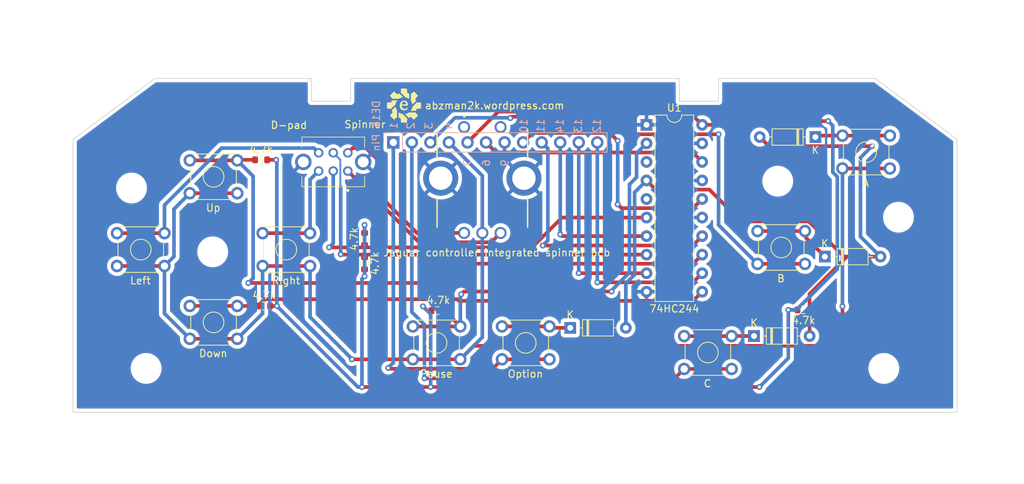
<source format=kicad_pcb>
(kicad_pcb (version 20211014) (generator pcbnew)
  (layers (0 "F.Cu" signal) (31 "B.Cu" signal) (34 "B.Paste" user) (35 "F.Paste" user) (36 "B.SilkS" user "B.Silkscreen") (37 "F.SilkS" user "F.Silkscreen") (38 "B.Mask" user) (39 "F.Mask" user) (44 "Edge.Cuts" user))
  (net 0 "")
  (net 1 "/encoderA")
  (net 2 "/row6")
  (net 3 "/row2")
  (net 4 "/row3")
  (net 5 "/row5")
  (net 6 "Net-(D7-Pad1)")
  (net 7 "Net-(D8-Pad1)")
  (net 8 "/Opt com")
  (net 9 "/Ccom")
  (net 10 "/Bcom")
  (net 11 "/Acom")
  (net 12 "+5V")
  (net 13 "Net-(J1-Pad6)")
  (net 14 "GND")
  (net 15 "Net-(J1-Pad8)")
  (net 16 "Net-(J1-Pad9)")
  (net 17 "Net-(J1-Pad10)")
  (net 18 "Net-(J1-Pad11)")
  (net 19 "Net-(J1-Pad12)")
  (net 20 "/row1")
  (net 25 "Net-(SW7-Pad1)")
  (net 26 "Net-(D3-Pad1)")
  (net 27 "/row4")
  (net 28 "/encoderB")
  (net 29 "Net-(SW3-Pad1)")
  (net 30 "Net-(SW4-Pad1)")
  (footprint "Button_Switch_THT:SW_TH_Tactile_Omron_B3F-10xx" (layer "F.Cu") (at 95.1896 136.4196)
    (fp_text reference "SW5" hide)
    (fp_text value "Down" (at 3.2 6.5) (layer "F.SilkS"))
    (pad "1" thru_hole circle locked (at 0 0) (size 1.7 1.7) (drill 1) (layers *.Cu *.Mask) (net 5 "/row5"))
    (pad "2" thru_hole circle locked (at 6.5 0) (size 1.7 1.7) (drill 1) (layers *.Cu *.Mask) (net 5 "/row5"))
    (pad "3" thru_hole circle locked (at 0 4.5) (size 1.7 1.7) (drill 1) (layers *.Cu *.Mask) (net 11 "/Acom"))
    (pad "4" thru_hole circle locked (at 6.5 4.5) (size 1.7 1.7) (drill 1) (layers *.Cu *.Mask) (net 11 "/Acom"))
  )
  (footprint "MountingHole:MountingHole_3.2mm_M3" (layer "F.Cu") (at 98.3234 129.0066)
    (fp_text reference "REF**" hide)
    (fp_text value "MountingHole_3.2mm_M3")
    (pad "" np_thru_hole circle locked (at 0 0) (size 3.2 3.2) (drill 3.2) (layers *.Cu *.Mask))
  )
  (footprint "Button_Switch_THT:SW_TH_Tactile_Omron_B3F-10xx" (layer "F.Cu") (at 172.9496 126.1596)
    (fp_text reference "SW7" hide)
    (fp_text value "B" (at 3.2 6.5) (layer "F.SilkS"))
    (pad "1" thru_hole circle locked (at 0 0) (size 1.7 1.7) (drill 1) (layers *.Cu *.Mask) (net 25 "Net-(SW7-Pad1)"))
    (pad "2" thru_hole circle locked (at 6.5 0) (size 1.7 1.7) (drill 1) (layers *.Cu *.Mask) (net 25 "Net-(SW7-Pad1)"))
    (pad "3" thru_hole circle locked (at 0 4.5) (size 1.7 1.7) (drill 1) (layers *.Cu *.Mask) (net 10 "/Bcom"))
    (pad "4" thru_hole circle locked (at 6.5 4.5) (size 1.7 1.7) (drill 1) (layers *.Cu *.Mask) (net 10 "/Bcom"))
  )
  (footprint "Diode_THT:D_DO-35_SOD27_P7.62mm_Horizontal" (layer "F.Cu") (at 172.466 140.5382)
    (fp_text reference "D7" hide)
    (fp_text value "1N4148")
    (fp_text user "K" (at 0 -1.8) (layer "F.SilkS"))
    (pad "1" thru_hole rect locked (at 0 0) (size 1.6 1.6) (drill 0.8) (layers *.Cu *.Mask) (net 6 "Net-(D7-Pad1)"))
    (pad "2" thru_hole oval locked (at 7.62 0) (size 1.6 1.6) (drill 0.8) (layers *.Cu *.Mask) (net 3 "/row2"))
  )
  (footprint "Resistor_SMD:R_0603_1608Metric" (layer "F.Cu") (at 129.1082 137.0584)
    (fp_text reference "R1" hide)
    (fp_text value "4.7k" (at 0.127 -1.4224) (layer "F.SilkS"))
    (pad "1" smd roundrect locked (at -0.825 0) (size 0.8 0.95) (layers "F.Cu" "F.Paste" "F.Mask") (net 12 "+5V"))
    (pad "2" smd roundrect locked (at 0.825 0) (size 0.8 0.95) (layers "F.Cu" "F.Paste" "F.Mask") (net 20 "/row1"))
  )
  (footprint "Button_Switch_THT:SW_TH_Tactile_Omron_B3F-10xx" (layer "F.Cu") (at 137.9496 139.2296)
    (fp_text reference "SW9" hide)
    (fp_text value "Option" (at 3.2 6.5) (layer "F.SilkS"))
    (pad "1" thru_hole circle locked (at 0 0) (size 1.7 1.7) (drill 1) (layers *.Cu *.Mask) (net 7 "Net-(D8-Pad1)"))
    (pad "2" thru_hole circle locked (at 6.5 0) (size 1.7 1.7) (drill 1) (layers *.Cu *.Mask) (net 7 "Net-(D8-Pad1)"))
    (pad "3" thru_hole circle locked (at 0 4.5) (size 1.7 1.7) (drill 1) (layers *.Cu *.Mask) (net 8 "/Opt com"))
    (pad "4" thru_hole circle locked (at 6.5 4.5) (size 1.7 1.7) (drill 1) (layers *.Cu *.Mask) (net 8 "/Opt com"))
  )
  (footprint "Evan's misc parts:PEC11R-4XXXK-SXXXX" (layer "F.Cu") (at 135.255 118.9228)
    (fp_text reference "VR1" hide)
    (fp_text value "PEC11R-4020K-S0024" hide)
    (pad "1" thru_hole circle (at -2.5 -7) (size 1.65 1.65) (drill 1.1) (layers *.Cu *.Mask))
    (pad "2" thru_hole circle (at 2.5 -7) (size 1.65 1.65) (drill 1.1) (layers *.Cu *.Mask))
    (pad "3" thru_hole circle (at -2.5 7.5) (size 1.65 1.65) (drill 1.1) (layers *.Cu *.Mask) (net 1 "/encoderA"))
    (pad "4" thru_hole circle (at 2.5 7.5) (size 1.65 1.65) (drill 1.1) (layers *.Cu *.Mask) (net 28 "/encoderB"))
    (pad "5" thru_hole circle (at 0 7.5) (size 1.65 1.65) (drill 1.1) (layers *.Cu *.Mask) (net 11 "/Acom"))
    (pad "6" thru_hole circle (at -5.7 0) (size 4.8 4.8) (drill 3.2) (layers *.Cu *.Mask) (net 14 "GND"))
    (pad "7" thru_hole circle (at 5.7 0) (size 4.8 4.8) (drill 3.2) (layers *.Cu *.Mask) (net 14 "GND"))
  )
  (footprint "Resistor_SMD:R_0603_1608Metric" (layer "F.Cu") (at 105.3592 136.4234 180)
    (fp_text reference "R5" hide)
    (fp_text value "4.7k" (at 0 1.43) (layer "F.SilkS"))
    (pad "1" smd roundrect locked (at -0.825 0 180) (size 0.8 0.95) (layers "F.Cu" "F.Paste" "F.Mask") (net 12 "+5V"))
    (pad "2" smd roundrect locked (at 0.825 0 180) (size 0.8 0.95) (layers "F.Cu" "F.Paste" "F.Mask") (net 5 "/row5"))
  )
  (footprint "MountingHole:MountingHole_3.2mm_M3" (layer "F.Cu") (at 175.7172 119.3292)
    (fp_text reference "REF**" hide)
    (fp_text value "MountingHole_3.2mm_M3")
    (pad "" np_thru_hole circle locked (at 0 0) (size 3.2 3.2) (drill 3.2) (layers *.Cu *.Mask))
  )
  (footprint "Resistor_SMD:R_0603_1608Metric" (layer "F.Cu") (at 179.2478 136.9568)
    (fp_text reference "R2" hide)
    (fp_text value "4.7k" (at 0 1.43) (layer "F.SilkS"))
    (pad "1" smd roundrect locked (at -0.825 0) (size 0.8 0.95) (layers "F.Cu" "F.Paste" "F.Mask") (net 12 "+5V"))
    (pad "2" smd roundrect locked (at 0.825 0) (size 0.8 0.95) (layers "F.Cu" "F.Paste" "F.Mask") (net 3 "/row2"))
  )
  (footprint "Resistor_SMD:R_0603_1608Metric" (layer "F.Cu") (at 119.126 127.254 -90)
    (fp_text reference "R3" hide)
    (fp_text value "4.7k" (at 0 1.43 90) (layer "F.SilkS"))
    (pad "1" smd roundrect locked (at -0.825 0 270) (size 0.8 0.95) (layers "F.Cu" "F.Paste" "F.Mask") (net 12 "+5V"))
    (pad "2" smd roundrect locked (at 0.825 0 270) (size 0.8 0.95) (layers "F.Cu" "F.Paste" "F.Mask") (net 4 "/row3"))
  )
  (footprint "MountingHole:MountingHole_3.2mm_M3" (layer "F.Cu") (at 89.2036 144.9776)
    (fp_text reference "REF**" hide)
    (fp_text value "MountingHole_3.2mm_M3")
    (pad "" np_thru_hole circle locked (at 0 0) (size 3.2 3.2) (drill 3.2) (layers *.Cu *.Mask))
  )
  (footprint "Package_DIP:DIP-20_W7.62mm" (layer "F.Cu") (at 157.744 111.6126)
    (fp_text reference "U1" (at 3.81 -2.33) (layer "F.SilkS"))
    (fp_text value "74HC244" (at 3.81 25.19) (layer "F.SilkS"))
    (pad "1" thru_hole rect locked (at 0 0) (size 1.6 1.6) (drill 0.8) (layers *.Cu *.Mask) (net 14 "GND"))
    (pad "2" thru_hole oval locked (at 0 2.54) (size 1.6 1.6) (drill 0.8) (layers *.Cu *.Mask) (net 20 "/row1"))
    (pad "3" thru_hole oval locked (at 0 5.08) (size 1.6 1.6) (drill 0.8) (layers *.Cu *.Mask))
    (pad "4" thru_hole oval locked (at 0 7.62) (size 1.6 1.6) (drill 0.8) (layers *.Cu *.Mask) (net 3 "/row2"))
    (pad "5" thru_hole oval locked (at 0 10.16) (size 1.6 1.6) (drill 0.8) (layers *.Cu *.Mask))
    (pad "6" thru_hole oval locked (at 0 12.7) (size 1.6 1.6) (drill 0.8) (layers *.Cu *.Mask) (net 4 "/row3"))
    (pad "7" thru_hole oval locked (at 0 15.24) (size 1.6 1.6) (drill 0.8) (layers *.Cu *.Mask) (net 17 "Net-(J1-Pad10)"))
    (pad "8" thru_hole oval locked (at 0 17.78) (size 1.6 1.6) (drill 0.8) (layers *.Cu *.Mask) (net 27 "/row4"))
    (pad "9" thru_hole oval locked (at 0 20.32) (size 1.6 1.6) (drill 0.8) (layers *.Cu *.Mask) (net 18 "Net-(J1-Pad11)"))
    (pad "10" thru_hole oval locked (at 0 22.86) (size 1.6 1.6) (drill 0.8) (layers *.Cu *.Mask) (net 14 "GND"))
    (pad "11" thru_hole oval locked (at 7.62 22.86) (size 1.6 1.6) (drill 0.8) (layers *.Cu *.Mask) (net 5 "/row5"))
    (pad "12" thru_hole oval locked (at 7.62 20.32) (size 1.6 1.6) (drill 0.8) (layers *.Cu *.Mask) (net 19 "Net-(J1-Pad12)"))
    (pad "13" thru_hole oval locked (at 7.62 17.78) (size 1.6 1.6) (drill 0.8) (layers *.Cu *.Mask) (net 2 "/row6"))
    (pad "14" thru_hole oval locked (at 7.62 15.24) (size 1.6 1.6) (drill 0.8) (layers *.Cu *.Mask) (net 16 "Net-(J1-Pad9)"))
    (pad "15" thru_hole oval locked (at 7.62 12.7) (size 1.6 1.6) (drill 0.8) (layers *.Cu *.Mask) (net 14 "GND"))
    (pad "16" thru_hole oval locked (at 7.62 10.16) (size 1.6 1.6) (drill 0.8) (layers *.Cu *.Mask) (net 15 "Net-(J1-Pad8)"))
    (pad "17" thru_hole oval locked (at 7.62 7.62) (size 1.6 1.6) (drill 0.8) (layers *.Cu *.Mask) (net 14 "GND"))
    (pad "18" thru_hole oval locked (at 7.62 5.08) (size 1.6 1.6) (drill 0.8) (layers *.Cu *.Mask) (net 13 "Net-(J1-Pad6)"))
    (pad "19" thru_hole oval locked (at 7.62 2.54) (size 1.6 1.6) (drill 0.8) (layers *.Cu *.Mask) (net 14 "GND"))
    (pad "20" thru_hole oval locked (at 7.62 0) (size 1.6 1.6) (drill 0.8) (layers *.Cu *.Mask) (net 12 "+5V"))
  )
  (footprint "MountingHole:MountingHole_3.2mm_M3" (layer "F.Cu") (at 190.2536 144.9776)
    (fp_text reference "REF**" hide)
    (fp_text value "MountingHole_3.2mm_M3")
    (pad "" np_thru_hole circle locked (at 0 0) (size 3.2 3.2) (drill 3.2) (layers *.Cu *.Mask))
  )
  (footprint "MountingHole:MountingHole_3.2mm_M3" (layer "F.Cu") (at 192.2536 124.2676)
    (fp_text reference "REF**" hide)
    (fp_text value "MountingHole_3.2mm_M3")
    (pad "" np_thru_hole circle locked (at 0 0) (size 3.2 3.2) (drill 3.2) (layers *.Cu *.Mask))
  )
  (footprint "MountingHole:MountingHole_3.2mm_M3" (layer "F.Cu") (at 87.2036 120.2676)
    (fp_text reference "REF**" hide)
    (fp_text value "MountingHole_3.2mm_M3")
    (pad "" np_thru_hole circle locked (at 0 0) (size 3.2 3.2) (drill 3.2) (layers *.Cu *.Mask))
  )
  (footprint "Button_Switch_THT:SW_TH_Tactile_Omron_B3F-10xx" (layer "F.Cu") (at 85.2196 126.4496)
    (fp_text reference "SW4" hide)
    (fp_text value "Left" (at 3.2 6.5) (layer "F.SilkS"))
    (pad "1" thru_hole circle locked (at 0 0) (size 1.7 1.7) (drill 1) (layers *.Cu *.Mask) (net 30 "Net-(SW4-Pad1)"))
    (pad "2" thru_hole circle locked (at 6.5 0) (size 1.7 1.7) (drill 1) (layers *.Cu *.Mask) (net 30 "Net-(SW4-Pad1)"))
    (pad "3" thru_hole circle locked (at 0 4.5) (size 1.7 1.7) (drill 1) (layers *.Cu *.Mask) (net 11 "/Acom"))
    (pad "4" thru_hole circle locked (at 6.5 4.5) (size 1.7 1.7) (drill 1) (layers *.Cu *.Mask) (net 11 "/Acom"))
  )
  (footprint "Diode_THT:D_DO-35_SOD27_P7.62mm_Horizontal" (layer "F.Cu") (at 147.2946 139.4206)
    (fp_text reference "D8" hide)
    (fp_text value "1N4148")
    (fp_text user "K" (at 0 -1.8) (layer "F.SilkS"))
    (pad "1" thru_hole rect locked (at 0 0) (size 1.6 1.6) (drill 0.8) (layers *.Cu *.Mask) (net 7 "Net-(D8-Pad1)"))
    (pad "2" thru_hole oval locked (at 7.62 0) (size 1.6 1.6) (drill 0.8) (layers *.Cu *.Mask) (net 3 "/row2"))
  )
  (footprint "Button_Switch_THT:SW_TH_Tactile_Omron_B3F-10xx" (layer "F.Cu") (at 125.7396 139.2296)
    (fp_text reference "SW1" hide)
    (fp_text value "Pause" (at 3.2 6.5) (layer "F.SilkS"))
    (pad "1" thru_hole circle locked (at 0 0) (size 1.7 1.7) (drill 1) (layers *.Cu *.Mask) (net 20 "/row1"))
    (pad "2" thru_hole circle locked (at 6.5 0) (size 1.7 1.7) (drill 1) (layers *.Cu *.Mask) (net 20 "/row1"))
    (pad "3" thru_hole circle locked (at 0 4.5) (size 1.7 1.7) (drill 1) (layers *.Cu *.Mask) (net 11 "/Acom"))
    (pad "4" thru_hole circle locked (at 6.5 4.5) (size 1.7 1.7) (drill 1) (layers *.Cu *.Mask) (net 11 "/Acom"))
  )
  (footprint "Button_Switch_THT:SW_TH_Tactile_Omron_B3F-10xx" (layer "F.Cu") (at 95.1896 116.4796)
    (fp_text reference "SW6" hide)
    (fp_text value "Up" (at 3.2 6.5) (layer "F.SilkS"))
    (pad "1" thru_hole circle locked (at 0 0) (size 1.7 1.7) (drill 1) (layers *.Cu *.Mask) (net 2 "/row6"))
    (pad "2" thru_hole circle locked (at 6.5 0) (size 1.7 1.7) (drill 1) (layers *.Cu *.Mask) (net 2 "/row6"))
    (pad "3" thru_hole circle locked (at 0 4.5) (size 1.7 1.7) (drill 1) (layers *.Cu *.Mask) (net 11 "/Acom"))
    (pad "4" thru_hole circle locked (at 6.5 4.5) (size 1.7 1.7) (drill 1) (layers *.Cu *.Mask) (net 11 "/Acom"))
  )
  (footprint "Button_Switch_THT:SW_TH_Tactile_Omron_B3F-10xx" (layer "F.Cu") (at 162.8996 140.5496)
    (fp_text reference "SW8" hide)
    (fp_text value "C" (at 3.2 6.5) (layer "F.SilkS"))
    (pad "1" thru_hole circle locked (at 0 0) (size 1.7 1.7) (drill 1) (layers *.Cu *.Mask) (net 6 "Net-(D7-Pad1)"))
    (pad "2" thru_hole circle locked (at 6.5 0) (size 1.7 1.7) (drill 1) (layers *.Cu *.Mask) (net 6 "Net-(D7-Pad1)"))
    (pad "3" thru_hole circle locked (at 0 4.5) (size 1.7 1.7) (drill 1) (layers *.Cu *.Mask) (net 9 "/Ccom"))
    (pad "4" thru_hole circle locked (at 6.5 4.5) (size 1.7 1.7) (drill 1) (layers *.Cu *.Mask) (net 9 "/Ccom"))
  )
  (footprint "Button_Switch_THT:SW_TH_Tactile_Omron_B3F-10xx" (layer "F.Cu") (at 105.1596 126.4496)
    (fp_text reference "SW3" hide)
    (fp_text value "Right" (at 3.2 6.5) (layer "F.SilkS"))
    (pad "1" thru_hole circle locked (at 0 0) (size 1.7 1.7) (drill 1) (layers *.Cu *.Mask) (net 29 "Net-(SW3-Pad1)"))
    (pad "2" thru_hole circle locked (at 6.5 0) (size 1.7 1.7) (drill 1) (layers *.Cu *.Mask) (net 29 "Net-(SW3-Pad1)"))
    (pad "3" thru_hole circle locked (at 0 4.5) (size 1.7 1.7) (drill 1) (layers *.Cu *.Mask) (net 11 "/Acom"))
    (pad "4" thru_hole circle locked (at 6.5 4.5) (size 1.7 1.7) (drill 1) (layers *.Cu *.Mask) (net 11 "/Acom"))
  )
  (footprint "Diode_THT:D_DO-35_SOD27_P7.62mm_Horizontal" (layer "F.Cu") (at 182.1688 129.667)
    (fp_text reference "D6" hide)
    (fp_text value "1N4148")
    (fp_text user "K" (at 0 -1.8) (layer "F.SilkS"))
    (pad "1" thru_hole rect locked (at 0 0) (size 1.6 1.6) (drill 0.8) (layers *.Cu *.Mask) (net 25 "Net-(SW7-Pad1)"))
    (pad "2" thru_hole oval locked (at 7.62 0) (size 1.6 1.6) (drill 0.8) (layers *.Cu *.Mask) (net 3 "/row2"))
  )
  (footprint "Resistor_SMD:R_0603_1608Metric" (layer "F.Cu") (at 119.126 130.5814 90)
    (fp_text reference "R4" hide)
    (fp_text value "4.7k" (at 0 1.43 90) (layer "F.SilkS"))
    (pad "1" smd roundrect locked (at -0.825 0 90) (size 0.8 0.95) (layers "F.Cu" "F.Paste" "F.Mask") (net 12 "+5V"))
    (pad "2" smd roundrect locked (at 0.825 0 90) (size 0.8 0.95) (layers "F.Cu" "F.Paste" "F.Mask") (net 27 "/row4"))
  )
  (footprint "Evan's misc parts:Evan Logo" (layer "F.Cu") (at 124.5172 108.976)
    (fp_text reference "G***" hide)
    (fp_text value "LOGO" hide)
  )
  (footprint "Button_Switch_THT:SW_TH_Tactile_Omron_B3F-10xx" (layer "F.Cu") (at 184.5796 113.0896)
    (fp_text reference "SW2" hide)
    (fp_text value "A" (at 3.2 6.5) (layer "F.SilkS"))
    (pad "1" thru_hole circle locked (at 0 0) (size 1.7 1.7) (drill 1) (layers *.Cu *.Mask) (net 26 "Net-(D3-Pad1)"))
    (pad "2" thru_hole circle locked (at 6.5 0) (size 1.7 1.7) (drill 1) (layers *.Cu *.Mask) (net 26 "Net-(D3-Pad1)"))
    (pad "3" thru_hole circle locked (at 0 4.5) (size 1.7 1.7) (drill 1) (layers *.Cu *.Mask) (net 11 "/Acom"))
    (pad "4" thru_hole circle locked (at 6.5 4.5) (size 1.7 1.7) (drill 1) (layers *.Cu *.Mask) (net 11 "/Acom"))
  )
  (footprint "Diode_THT:D_DO-35_SOD27_P7.62mm_Horizontal" (layer "F.Cu") (at 180.8734 113.284 180)
    (fp_text reference "D3" hide)
    (fp_text value "1N4148")
    (fp_text user "K" (at 0 -1.8) (layer "F.SilkS"))
    (pad "1" thru_hole rect locked (at 0 0 180) (size 1.6 1.6) (drill 0.8) (layers *.Cu *.Mask) (net 26 "Net-(D3-Pad1)"))
    (pad "2" thru_hole oval locked (at 7.62 0 180) (size 1.6 1.6) (drill 0.8) (layers *.Cu *.Mask) (net 3 "/row2"))
  )
  (footprint "Evan's misc parts:OS202011MS2QS1" (layer "F.Cu") (at 116.8334 117.9424 180)
    (fp_text reference "S1" hide)
    (fp_text value "OS202011MS2QS1" hide)
    (pad "1" thru_hole circle (at 0 0 180) (size 1.3 1.3) (drill 0.8) (layers *.Cu *.Mask) (net 28 "/encoderB"))
    (pad "2" thru_hole circle (at 2 0 180) (size 1.3 1.3) (drill 0.8) (layers *.Cu *.Mask) (net 4 "/row3"))
    (pad "3" thru_hole circle (at 4 0 180) (size 1.3 1.3) (drill 0.8) (layers *.Cu *.Mask) (net 29 "Net-(SW3-Pad1)"))
    (pad "4" thru_hole circle (at 0 2.5 180) (size 1.3 1.3) (drill 0.8) (layers *.Cu *.Mask) (net 1 "/encoderA"))
    (pad "5" thru_hole circle (at 2 2.5 180) (size 1.3 1.3) (drill 0.8) (layers *.Cu *.Mask) (net 27 "/row4"))
    (pad "6" thru_hole circle (at 4 2.5 180) (size 1.3 1.3) (drill 0.8) (layers *.Cu *.Mask) (net 30 "Net-(SW4-Pad1)"))
    (pad "MH1" thru_hole circle (at -2.1 1.25 180) (size 2.25 2.25) (drill 1.5) (layers *.Cu *.Mask) (net 14 "GND"))
    (pad "MH2" thru_hole circle (at 6.1 1.25 180) (size 2.25 2.25) (drill 1.5) (layers *.Cu *.Mask) (net 14 "GND"))
  )
  (footprint "Resistor_SMD:R_0603_1608Metric" (layer "F.Cu") (at 104.9528 116.4082 180)
    (fp_text reference "R6" hide)
    (fp_text value "4.7k" (at 0 1.43) (layer "F.SilkS"))
    (pad "1" smd roundrect locked (at -0.825 0 180) (size 0.8 0.95) (layers "F.Cu" "F.Paste" "F.Mask") (net 12 "+5V"))
    (pad "2" smd roundrect locked (at 0.825 0 180) (size 0.8 0.95) (layers "F.Cu" "F.Paste" "F.Mask") (net 2 "/row6"))
  )
  (footprint "Connector_PinHeader_2.54mm:PinHeader_1x12_P2.54mm_Vertical" (layer "B.Cu") (at 123.063 114.0206 -90)
    (fp_text reference "J1" hide)
    (fp_text value "to console")
    (pad "1" thru_hole rect locked (at 0 0 270) (size 1.7 1.7) (drill 1) (layers *.Cu *.Mask) (net 8 "/Opt com"))
    (pad "2" thru_hole oval locked (at 0 -2.54 270) (size 1.7 1.7) (drill 1) (layers *.Cu *.Mask) (net 9 "/Ccom"))
    (pad "3" thru_hole oval locked (at 0 -5.08 270) (size 1.7 1.7) (drill 1) (layers *.Cu *.Mask) (net 10 "/Bcom"))
    (pad "4" thru_hole oval locked (at 0 -7.62 270) (size 1.7 1.7) (drill 1) (layers *.Cu *.Mask) (net 11 "/Acom"))
    (pad "5" thru_hole oval locked (at 0 -10.16 270) (size 1.7 1.7) (drill 1) (layers *.Cu *.Mask) (net 12 "+5V"))
    (pad "6" thru_hole oval locked (at 0 -12.7 270) (size 1.7 1.7) (drill 1) (layers *.Cu *.Mask) (net 13 "Net-(J1-Pad6)"))
    (pad "7" thru_hole oval locked (at 0 -15.24 270) (size 1.7 1.7) (drill 1) (layers *.Cu *.Mask) (net 14 "GND"))
    (pad "8" thru_hole oval locked (at 0 -17.78 270) (size 1.7 1.7) (drill 1) (layers *.Cu *.Mask) (net 15 "Net-(J1-Pad8)"))
    (pad "9" thru_hole oval locked (at 0 -20.32 270) (size 1.7 1.7) (drill 1) (layers *.Cu *.Mask) (net 16 "Net-(J1-Pad9)"))
    (pad "10" thru_hole oval locked (at 0 -22.86 270) (size 1.7 1.7) (drill 1) (layers *.Cu *.Mask) (net 17 "Net-(J1-Pad10)"))
    (pad "11" thru_hole oval locked (at 0 -25.4 270) (size 1.7 1.7) (drill 1) (layers *.Cu *.Mask) (net 18 "Net-(J1-Pad11)"))
    (pad "12" thru_hole oval locked (at 0 -27.94 270) (size 1.7 1.7) (drill 1) (layers *.Cu *.Mask) (net 19 "Net-(J1-Pad12)"))
  )
  (gr_line (start 111.8536 105.2676) (end 90.3836 105.2676) (layer "Edge.Cuts") (width 0.1))
  (gr_line (start 189.0736 105.2676) (end 200.2536 113.5876) (layer "Edge.Cuts") (width 0.1))
  (gr_line (start 111.8536 108.3776) (end 117.2136 108.3776) (layer "Edge.Cuts") (width 0.1))
  (gr_line (start 79.2036 113.5876) (end 79.2036 150.9776) (layer "Edge.Cuts") (width 0.1))
  (gr_line (start 162.2436 105.2676) (end 117.2136 105.2676) (layer "Edge.Cuts") (width 0.1))
  (gr_line (start 79.2036 150.9776) (end 200.2536 150.9776) (layer "Edge.Cuts") (width 0.1))
  (gr_line (start 167.6036 108.3776) (end 162.2436 108.3776) (layer "Edge.Cuts") (width 0.1))
  (gr_line (start 200.2536 150.9776) (end 200.2536 113.5876) (layer "Edge.Cuts") (width 0.1))
  (gr_line (start 167.6036 105.2676) (end 189.0736 105.2676) (layer "Edge.Cuts") (width 0.1))
  (gr_line (start 162.2436 108.3776) (end 162.2436 105.2676) (layer "Edge.Cuts") (width 0.1))
  (gr_line (start 90.3836 105.2676) (end 79.2036 113.5876) (layer "Edge.Cuts") (width 0.1))
  (gr_line (start 117.2136 108.3776) (end 117.2136 105.2676) (layer "Edge.Cuts") (width 0.1))
  (gr_line (start 167.6036 105.2676) (end 167.6036 108.3776) (layer "Edge.Cuts") (width 0.1))
  (gr_line (start 111.8536 105.2676) (end 111.8536 108.3776) (layer "Edge.Cuts") (width 0.1))
  (gr_text "14" (at 145.8722 111.76 90) (layer "B.SilkS") (effects (font (size 1 1)) (justify mirror)))
  (gr_text "DE15 Pin" (at 120.7262 111.76 90) (layer "B.SilkS") (effects (font (size 1 1)) (justify mirror)))
  (gr_text "9" (at 138.3284 116.84 90) (layer "B.SilkS") (effects (font (size 1 1)) (justify mirror)))
  (gr_text "2" (at 125.4506 111.76 90) (layer "B.SilkS") (effects (font (size 1 1)) (justify mirror)))
  (gr_text "12" (at 150.9522 111.76 90) (layer "B.SilkS") (effects (font (size 1 1)) (justify mirror)))
  (gr_text "3" (at 127.9398 111.76 90) (layer "B.SilkS") (effects (font (size 1 1)) (justify mirror)))
  (gr_text "10" (at 140.9192 111.76 90) (layer "B.SilkS") (effects (font (size 1 1)) (justify mirror)))
  (gr_text "4" (at 130.6322 111.76 90) (layer "B.SilkS") (effects (font (size 1 1)) (justify mirror)))
  (gr_text "7" (at 133.2484 116.84 90) (layer "B.SilkS") (effects (font (size 1 1)) (justify mirror)))
  (gr_text "1" (at 123.1392 111.76 90) (layer "B.SilkS") (effects (font (size 1 1)) (justify mirror)))
  (gr_text "6" (at 135.7884 116.84 90) (layer "B.SilkS") (effects (font (size 1 1)) (justify mirror)))
  (gr_text "11" (at 143.256 111.76 90) (layer "B.SilkS") (effects (font (size 1 1)) (justify mirror)))
  (gr_text "13" (at 148.3868 111.76 90) (layer "B.SilkS") (effects (font (size 1 1)) (justify mirror)))
  (gr_text "Jaguar controller integrated spinner pcb" (at 137.2426 129.1182) (layer "F.SilkS") (effects (font (size 1 1))))
  (gr_text "abzman2k.wordpress.com" (at 136.9378 108.976) (layer "F.SilkS") (effects (font (size 1 1))))
  (gr_text "Spinner" (at 119.1768 111.5568) (layer "F.SilkS") (effects (font (size 1 1))))
  (gr_text "D-pad" (at 108.7628 111.6584) (layer "F.SilkS") (effects (font (size 1 1))))
  (segment (start 117.483399 114.792401) (end 116.8334 115.4424) (width 0.5) (layer "F.Cu") (net 1))
  (segment (start 120.919599 116.398399) (end 119.319399 114.798199) (width 0.5) (layer "F.Cu") (net 1))
  (segment (start 119.319399 114.792401) (end 117.483399 114.792401) (width 0.5) (layer "F.Cu") (net 1))
  (segment (start 132.755 126.4228) (end 126.30307 126.4228) (width 0.5) (layer "F.Cu") (net 1))
  (segment (start 119.319399 114.798199) (end 119.319399 114.792401) (width 0.5) (layer "F.Cu") (net 1))
  (segment (start 120.919599 121.039329) (end 120.919599 116.398399) (width 0.5) (layer "F.Cu") (net 1))
  (segment (start 126.30307 126.4228) (end 120.919599 121.039329) (width 0.5) (layer "F.Cu") (net 1))
  (segment (start 126.4666 133.2738) (end 129.098289 130.642111) (width 0.5) (layer "F.Cu") (net 2))
  (segment (start 104.1278 116.4082) (end 101.761 116.4082) (width 0.5) (layer "F.Cu") (net 2))
  (segment (start 129.098289 130.642111) (end 164.114489 130.642111) (width 0.5) (layer "F.Cu") (net 2))
  (segment (start 164.114489 130.642111) (end 165.364 129.3926) (width 0.5) (layer "F.Cu") (net 2))
  (segment (start 103.2002 133.2738) (end 126.4666 133.2738) (width 0.5) (layer "F.Cu") (net 2))
  (segment (start 95.1896 116.4796) (end 101.6896 116.4796) (width 0.5) (layer "F.Cu") (net 2))
  (segment (start 101.761 116.4082) (end 101.6896 116.4796) (width 0.5) (layer "F.Cu") (net 2))
  (via (at 103.2002 133.2738) (size 0.8) (drill 0.4) (layers "F.Cu" "B.Cu") (net 2))
  (segment (start 101.6896 116.4796) (end 103.860089 118.650089) (width 0.5) (layer "B.Cu") (net 2))
  (segment (start 103.860089 118.650089) (end 103.860089 132.613911) (width 0.5) (layer "B.Cu") (net 2))
  (segment (start 103.860089 132.613911) (end 103.2002 133.2738) (width 0.5) (layer "B.Cu") (net 2))
  (segment (start 179.968787 124.841) (end 184.794787 129.667) (width 0.5) (layer "F.Cu") (net 3))
  (segment (start 170.7134 124.841) (end 179.968787 124.841) (width 0.5) (layer "F.Cu") (net 3))
  (segment (start 174.502911 114.533511) (end 188.625311 114.533511) (width 0.5) (layer "F.Cu") (net 3))
  (segment (start 158.993511 120.482111) (end 166.354511 120.482111) (width 0.5) (layer "F.Cu") (net 3))
  (segment (start 180.086 140.5382) (end 180.086 136.97) (width 0.5) (layer "F.Cu") (net 3))
  (segment (start 180.0728 134.7856) (end 185.1914 129.667) (width 0.5) (layer "F.Cu") (net 3))
  (segment (start 185.1914 129.667) (end 189.7888 129.667) (width 0.5) (layer "F.Cu") (net 3))
  (segment (start 173.2534 113.284) (end 174.502911 114.533511) (width 0.5) (layer "F.Cu") (net 3))
  (segment (start 157.744 119.2326) (end 158.993511 120.482111) (width 0.5) (layer "F.Cu") (net 3))
  (segment (start 180.086 136.97) (end 180.0728 136.9568) (width 0.5) (layer "F.Cu") (net 3))
  (segment (start 166.354511 120.482111) (end 170.7134 124.841) (width 0.5) (layer "F.Cu") (net 3))
  (segment (start 180.0728 136.9568) (end 180.0728 134.7856) (width 0.5) (layer "F.Cu") (net 3))
  (segment (start 184.794787 129.667) (end 185.1914 129.667) (width 0.5) (layer "F.Cu") (net 3))
  (via (at 188.625311 114.533511) (size 0.8) (drill 0.4) (layers "F.Cu" "B.Cu") (net 3))
  (segment (start 187.0456 126.9238) (end 187.0456 116.113222) (width 0.5) (layer "B.Cu") (net 3))
  (segment (start 154.9146 133.3246) (end 154.9146 139.4206) (width 0.5) (layer "B.Cu") (net 3))
  (segment (start 156.1084 120.8682) (end 156.1084 132.1308) (width 0.5) (layer "B.Cu") (net 3))
  (segment (start 156.1084 132.1308) (end 154.9146 133.3246) (width 0.5) (layer "B.Cu") (net 3))
  (segment (start 189.7888 129.667) (end 187.0456 126.9238) (width 0.5) (layer "B.Cu") (net 3))
  (segment (start 187.0456 116.113222) (end 188.625311 114.533511) (width 0.5) (layer "B.Cu") (net 3))
  (segment (start 157.744 119.2326) (end 156.1084 120.8682) (width 0.5) (layer "B.Cu") (net 3))
  (segment (start 142.080178 128.396831) (end 146.164409 124.3126) (width 0.5) (layer "F.Cu") (net 4))
  (segment (start 122.402769 128.396831) (end 142.080178 128.396831) (width 0.5) (layer "F.Cu") (net 4))
  (segment (start 122.402769 128.396831) (end 114.274431 128.396831) (width 0.5) (layer "F.Cu") (net 4))
  (segment (start 146.164409 124.3126) (end 157.744 124.3126) (width 0.5) (layer "F.Cu") (net 4))
  (via (at 114.274431 128.396831) (size 0.8) (drill 0.4) (layers "F.Cu" "B.Cu") (net 4))
  (segment (start 114.8334 127.837862) (end 114.8334 117.9424) (width 0.5) (layer "B.Cu") (net 4))
  (segment (start 114.274431 128.396831) (end 114.8334 127.837862) (width 0.5) (layer "B.Cu") (net 4))
  (segment (start 131.833689 135.49888) (end 105.45872 135.49888) (width 0.5) (layer "F.Cu") (net 5))
  (segment (start 105.45872 135.49888) (end 104.5342 136.4234) (width 0.5) (layer "F.Cu") (net 5))
  (segment (start 101.6934 136.4234) (end 101.6896 136.4196) (width 0.5) (layer "F.Cu") (net 5))
  (segment (start 164.114489 135.722111) (end 132.05692 135.722111) (width 0.5) (layer "F.Cu") (net 5))
  (segment (start 132.05692 135.722111) (end 131.833689 135.49888) (width 0.5) (layer "F.Cu") (net 5))
  (segment (start 165.364 134.4726) (end 164.114489 135.722111) (width 0.5) (layer "F.Cu") (net 5))
  (segment (start 95.1896 136.4196) (end 101.6896 136.4196) (width 0.5) (layer "F.Cu") (net 5))
  (segment (start 104.5342 136.4234) (end 101.6934 136.4234) (width 0.5) (layer "F.Cu") (net 5))
  (segment (start 172.466 140.5382) (end 169.411 140.5382) (width 0.5) (layer "F.Cu") (net 6))
  (segment (start 169.3996 140.5496) (end 162.8996 140.5496) (width 0.5) (layer "F.Cu") (net 6))
  (segment (start 169.411 140.5382) (end 169.3996 140.5496) (width 0.5) (layer "F.Cu") (net 6))
  (segment (start 147.2946 139.4206) (end 144.6406 139.4206) (width 0.5) (layer "F.Cu") (net 7))
  (segment (start 144.6406 139.4206) (end 144.4496 139.2296) (width 0.5) (layer "F.Cu") (net 7))
  (segment (start 144.4496 139.2296) (end 137.9496 139.2296) (width 0.5) (layer "F.Cu") (net 7))
  (segment (start 122.473911 145.029111) (end 122.3518 144.907) (width 0.5) (layer "F.Cu") (net 8))
  (segment (start 137.9496 143.7296) (end 136.650089 145.029111) (width 0.5) (layer "F.Cu") (net 8))
  (segment (start 144.4496 143.7296) (end 137.9496 143.7296) (width 0.5) (layer "F.Cu") (net 8))
  (segment (start 136.650089 145.029111) (end 122.473911 145.029111) (width 0.5) (layer "F.Cu") (net 8))
  (via (at 122.3518 144.907) (size 0.8) (drill 0.4) (layers "F.Cu" "B.Cu") (net 8))
  (segment (start 123.063 114.0206) (end 123.063 144.1958) (width 0.5) (layer "B.Cu") (net 8))
  (segment (start 123.063 144.1958) (end 122.3518 144.907) (width 0.5) (layer "B.Cu") (net 8))
  (segment (start 127.3302 146.3294) (end 161.6198 146.3294) (width 0.5) (layer "F.Cu") (net 9))
  (segment (start 161.6198 146.3294) (end 162.8996 145.0496) (width 0.5) (layer "F.Cu") (net 9))
  (segment (start 169.3996 145.0496) (end 162.8996 145.0496) (width 0.5) (layer "F.Cu") (net 9))
  (via (at 127.3302 146.3294) (size 0.8) (drill 0.4) (layers "F.Cu" "B.Cu") (net 9))
  (segment (start 125.603 137.255213) (end 127.3302 138.982413) (width 0.5) (layer "B.Cu") (net 9))
  (segment (start 127.3302 138.982413) (end 127.3302 146.3294) (width 0.5) (layer "B.Cu") (net 9))
  (segment (start 125.603 114.0206) (end 125.603 137.255213) (width 0.5) (layer "B.Cu") (net 9))
  (segment (start 139.27988 110.50372) (end 139.0904 110.6932) (width 0.5) (layer "F.Cu") (net 10))
  (segment (start 156.286289 112.903089) (end 153.88692 110.50372) (width 0.5) (layer "F.Cu") (net 10))
  (segment (start 179.4496 130.6596) (end 172.9496 130.6596) (width 0.5) (layer "F.Cu") (net 10))
  (segment (start 153.88692 110.50372) (end 142.30452 110.50372) (width 0.5) (layer "F.Cu") (net 10))
  (segment (start 140.78052 110.50372) (end 139.27988 110.50372) (width 0.5) (layer "F.Cu") (net 10))
  (segment (start 167.614511 112.903089) (end 156.286289 112.903089) (width 0.5) (layer "F.Cu") (net 10))
  (segment (start 142.30452 110.50372) (end 140.78052 110.50372) (width 0.5) (layer "F.Cu") (net 10))
  (via (at 139.0904 110.6932) (size 0.8) (drill 0.4) (layers "F.Cu" "B.Cu") (net 10))
  (via (at 167.614511 112.903089) (size 0.8) (drill 0.4) (layers "F.Cu" "B.Cu") (net 10))
  (segment (start 139.045489 110.648289) (end 131.515311 110.648289) (width 0.5) (layer "B.Cu") (net 10))
  (segment (start 167.6146 125.3246) (end 172.9496 130.6596) (width 0.5) (layer "B.Cu") (net 10))
  (segment (start 139.0904 110.6932) (end 139.045489 110.648289) (width 0.5) (layer "B.Cu") (net 10))
  (segment (start 167.614511 112.903089) (end 167.6146 112.903178) (width 0.5) (layer "B.Cu") (net 10))
  (segment (start 167.6146 112.903178) (end 167.6146 125.3246) (width 0.5) (layer "B.Cu") (net 10))
  (segment (start 131.515311 110.648289) (end 128.143 114.0206) (width 0.5) (layer "B.Cu") (net 10))
  (segment (start 184.5818 136.4786) (end 184.5796 136.4764) (width 0.5) (layer "F.Cu") (net 11))
  (segment (start 85.2196 130.9496) (end 91.7196 130.9496) (width 0.5) (layer "F.Cu") (net 11))
  (segment (start 125.7396 143.7296) (end 132.2396 143.7296) (width 0.5) (layer "F.Cu") (net 11))
  (segment (start 191.0796 117.5896) (end 184.5796 117.5896) (width 0.5) (layer "F.Cu") (net 11))
  (segment (start 134.0848 141.8844) (end 132.2396 143.7296) (width 0.5) (layer "F.Cu") (net 11))
  (segment (start 181.3306 141.8844) (end 184.5818 138.6332) (width 0.5) (layer "F.Cu") (net 11))
  (segment (start 181.3306 141.8844) (end 134.0848 141.8844) (width 0.5) (layer "F.Cu") (net 11))
  (segment (start 184.5818 138.6332) (end 184.5818 136.4786) (width 0.5) (layer "F.Cu") (net 11))
  (segment (start 95.1896 120.9796) (end 101.6896 120.9796) (width 0.5) (layer "F.Cu") (net 11))
  (segment (start 125.7396 143.7296) (end 117.3824 143.7296) (width 0.5) (layer "F.Cu") (net 11))
  (segment (start 105.1596 130.9496) (end 111.6596 130.9496) (width 0.5) (layer "F.Cu") (net 11))
  (segment (start 95.1896 140.9196) (end 101.6896 140.9196) (width 0.5) (layer "F.Cu") (net 11))
  (via (at 184.5796 136.4764) (size 0.8) (drill 0.4) (layers "F.Cu" "B.Cu") (net 11))
  (via (at 117.3824 143.7296) (size 0.8) (drill 0.4) (layers "F.Cu" "B.Cu") (net 11))
  (segment (start 135.255 118.5926) (end 135.255 126.4228) (width 0.5) (layer "B.Cu") (net 11))
  (segment (start 93.019111 129.650089) (end 93.019111 123.150089) (width 0.5) (layer "B.Cu") (net 11))
  (segment (start 135.255 140.7142) (end 132.2396 143.7296) (width 0.5) (layer "B.Cu") (net 11))
  (segment (start 111.6596 130.9496) (end 111.6596 137.9486) (width 0.5) (layer "B.Cu") (net 11))
  (segment (start 184.5796 117.5896) (end 184.5796 136.4764) (width 0.5) (layer "B.Cu") (net 11))
  (segment (start 135.255 126.4228) (end 135.255 140.7142) (width 0.5) (layer "B.Cu") (net 11))
  (segment (start 105.1596 130.9496) (end 105.1596 137.4496) (width 0.5) (layer "B.Cu") (net 11))
  (segment (start 130.683 114.0206) (end 135.255 118.5926) (width 0.5) (layer "B.Cu") (net 11))
  (segment (start 105.1596 137.4496) (end 101.6896 140.9196) (width 0.5) (layer "B.Cu") (net 11))
  (segment (start 91.7196 130.9496) (end 93.019111 129.650089) (width 0.5) (layer "B.Cu") (net 11))
  (segment (start 91.7196 130.9496) (end 91.7196 137.4496) (width 0.5) (layer "B.Cu") (net 11))
  (segment (start 93.019111 123.150089) (end 95.1896 120.9796) (width 0.5) (layer "B.Cu") (net 11))
  (segment (start 111.6596 137.9486) (end 117.3734 143.6624) (width 0.5) (layer "B.Cu") (net 11))
  (segment (start 91.7196 137.4496) (end 95.1896 140.9196) (width 0.5) (layer "B.Cu") (net 11))
  (segment (start 128.2832 137.0584) (end 127.7112 137.0584) (width 0.5) (layer "F.Cu") (net 12))
  (segment (start 176.2202 111.6126) (end 165.364 111.6126) (width 0.5) (layer "F.Cu") (net 12))
  (segment (start 178.4228 136.9568) (end 177.165 136.9568) (width 0.5) (layer "F.Cu") (net 12))
  (segment (start 119.126 126.429) (end 119.126 125.3236) (width 0.5) (layer "F.Cu") (net 12))
  (segment (start 176.7332 111.0996) (end 176.2202 111.6126) (width 0.5) (layer "F.Cu") (net 12))
  (segment (start 163.5556 109.8042) (end 137.4394 109.8042) (width 0.5) (layer "F.Cu") (net 12))
  (segment (start 119.126 131.4064) (end 119.126 132.334) (width 0.5) (layer "F.Cu") (net 12))
  (segment (start 105.7778 116.4082) (end 107.0102 116.4082) (width 0.5) (layer "F.Cu") (net 12))
  (segment (start 173.2026 147.5232) (end 118.7704 147.5232) (width 0.5) (layer "F.Cu") (net 12))
  (segment (start 127.7112 137.0584) (end 127.127 136.4742) (width 0.5) (layer "F.Cu") (net 12))
  (segment (start 182.626 111.0996) (end 176.7332 111.0996) (width 0.5) (layer "F.Cu") (net 12))
  (segment (start 137.4394 109.8042) (end 133.223 114.0206) (width 0.5) (layer "F.Cu") (net 12))
  (segment (start 106.1842 136.4234) (end 107.1118 136.4234) (width 0.5) (layer "F.Cu") (net 12))
  (segment (start 165.364 111.6126) (end 163.5556 109.8042) (width 0.5) (layer "F.Cu") (net 12))
  (via (at 128.179711 147.511889) (size 0.8) (drill 0.4) (layers "F.Cu" "B.Cu") (net 12))
  (via (at 182.626 111.0996) (size 0.8) (drill 0.4) (layers "F.Cu" "B.Cu") (net 12))
  (via (at 173.2026 147.5232) (size 0.8) (drill 0.4) (layers "F.Cu" "B.Cu") (net 12))
  (via (at 177.165 136.9568) (size 0.8) (drill 0.4) (layers "F.Cu" "B.Cu") (net 12))
  (via (at 119.126 132.3594) (size 0.8) (drill 0.4) (layers "F.Cu" "B.Cu") (net 12))
  (via (at 107.0102 116.4082) (size 0.8) (drill 0.4) (layers "F.Cu" "B.Cu") (net 12))
  (via (at 127.127 136.4742) (size 0.8) (drill 0.4) (layers "F.Cu" "B.Cu") (net 12))
  (via (at 107.1118 136.4234) (size 0.8) (drill 0.4) (layers "F.Cu" "B.Cu") (net 12))
  (via (at 118.7704 147.5232) (size 0.8) (drill 0.4) (layers "F.Cu" "B.Cu") (net 12))
  (via (at 119.126 125.3236) (size 0.8) (drill 0.4) (layers "F.Cu" "B.Cu") (net 12))
  (segment (start 127.127 136.4742) (end 128.179711 137.526911) (width 0.5) (layer "B.Cu") (net 12))
  (segment (start 119.126 132.3594) (end 118.7704 132.715) (width 0.5) (layer "B.Cu") (net 12))
  (segment (start 183.88008 131.348396) (end 183.88008 118.727867) (width 0.5) (layer "B.Cu") (net 12))
  (segment (start 177.165 136.9568) (end 178.271676 136.9568) (width 0.5) (layer "B.Cu") (net 12))
  (segment (start 178.271676 136.9568) (end 183.88008 131.348396) (width 0.5) (layer "B.Cu") (net 12))
  (segment (start 107.1118 116.5098) (end 107.1118 136.4234) (width 0.5) (layer "B.Cu") (net 12))
  (segment (start 128.179711 137.526911) (end 128.179711 147.511889) (width 0.5) (layer "B.Cu") (net 12))
  (segment (start 183.261 111.7346) (end 182.626 111.0996) (width 0.5) (layer "B.Cu") (net 12))
  (segment (start 118.7704 147.5232) (end 118.7704 132.715) (width 0.5) (layer "B.Cu") (net 12))
  (segment (start 183.261 118.108787) (end 183.261 111.7346) (width 0.5) (layer "B.Cu") (net 12))
  (segment (start 183.88008 118.727867) (end 183.261 118.108787) (width 0.5) (layer "B.Cu") (net 12))
  (segment (start 118.2116 147.5232) (end 107.1118 136.4234) (width 0.5) (layer "B.Cu") (net 12))
  (segment (start 107.0102 116.4082) (end 107.1118 116.5098) (width 0.5) (layer "B.Cu") (net 12))
  (segment (start 118.7704 147.5232) (end 118.2116 147.5232) (width 0.5) (layer "B.Cu") (net 12))
  (segment (start 177.165 143.5608) (end 173.228 147.4978) (width 0.5) (layer "B.Cu") (net 12))
  (segment (start 119.126 125.3236) (end 119.126 132.3594) (width 0.5) (layer "B.Cu") (net 12))
  (segment (start 177.165 136.9568) (end 177.165 143.5608) (width 0.5) (layer "B.Cu") (net 12))
  (segment (start 164.073511 115.402111) (end 165.364 116.6926) (width 0.5) (layer "F.Cu") (net 13))
  (segment (start 135.763 114.0206) (end 137.144511 115.402111) (width 0.5) (layer "F.Cu") (net 13))
  (segment (start 137.144511 115.402111) (end 164.073511 115.402111) (width 0.5) (layer "F.Cu") (net 13))
  (segment (start 165.364 121.7726) (end 164.114489 123.022111) (width 0.5) (layer "F.Cu") (net 15))
  (segment (start 142.142511 112.721089) (end 152.726089 112.721089) (width 0.5) (layer "F.Cu") (net 15))
  (segment (start 154.314911 123.022111) (end 153.797 122.5042) (width 0.5) (layer "F.Cu") (net 15))
  (segment (start 152.726089 112.721089) (end 153.797 113.792) (width 0.5) (layer "F.Cu") (net 15))
  (segment (start 140.843 114.0206) (end 142.142511 112.721089) (width 0.5) (layer "F.Cu") (net 15))
  (segment (start 164.114489 123.022111) (end 154.314911 123.022111) (width 0.5) (layer "F.Cu") (net 15))
  (via (at 153.797 122.5042) (size 0.8) (drill 0.4) (layers "F.Cu" "B.Cu") (net 15))
  (via (at 153.797 113.792) (size 0.8) (drill 0.4) (layers "F.Cu" "B.Cu") (net 15))
  (segment (start 153.797 113.792) (end 153.797 122.5042) (width 0.5) (layer "B.Cu") (net 15))
  (segment (start 164.073511 128.143089) (end 143.535311 128.143089) (width 0.5) (layer "F.Cu") (net 16))
  (segment (start 165.364 126.8526) (end 164.073511 128.143089) (width 0.5) (layer "F.Cu") (net 16))
  (via (at 143.535311 128.143089) (size 0.8) (drill 0.4) (layers "F.Cu" "B.Cu") (net 16))
  (segment (start 144.233 114.8706) (end 144.233 127.4454) (width 0.5) (layer "B.Cu") (net 16))
  (segment (start 143.383 114.0206) (end 144.233 114.8706) (width 0.5) (layer "B.Cu") (net 16))
  (segment (start 144.233 127.4454) (end 143.535311 128.143089) (width 0.5) (layer "B.Cu") (net 16))
  (segment (start 146.1566 126.8526) (end 145.923 126.619) (width 0.5) (layer "F.Cu") (net 17))
  (segment (start 157.744 126.8526) (end 146.1566 126.8526) (width 0.5) (layer "F.Cu") (net 17))
  (via (at 145.923 126.619) (size 0.8) (drill 0.4) (layers "F.Cu" "B.Cu") (net 17))
  (segment (start 145.923 126.619) (end 145.923 114.0206) (width 0.5) (layer "B.Cu") (net 17))
  (segment (start 157.744 131.9326) (end 148.458 131.9326) (width 0.5) (layer "F.Cu") (net 18))
  (via (at 148.458 131.9326) (size 0.8) (drill 0.4) (layers "F.Cu" "B.Cu") (net 18))
  (segment (start 148.463 131.9276) (end 148.458 131.9326) (width 0.5) (layer "B.Cu") (net 18))
  (segment (start 148.463 114.0206) (end 148.463 131.9276) (width 0.5) (layer "B.Cu") (net 18))
  (segment (start 165.364 131.9326) (end 164.114489 133.182111) (width 0.5) (layer "F.Cu") (net 19))
  (segment (start 164.114489 133.182111) (end 151.012911 133.182111) (width 0.5) (layer "F.Cu") (net 19))
  (via (at 151.012911 133.182111) (size 0.8) (drill 0.4) (layers "F.Cu" "B.Cu") (net 19))
  (segment (start 151.003 133.1722) (end 151.003 114.0206) (width 0.5) (layer "B.Cu") (net 19))
  (segment (start 151.012911 133.182111) (end 151.003 133.1722) (width 0.5) (layer "B.Cu") (net 19))
  (segment (start 129.9332 137.0584) (end 130.0684 137.0584) (width 0.5) (layer "F.Cu") (net 20))
  (segment (start 130.0684 137.0584) (end 132.2396 139.2296) (width 0.5) (layer "F.Cu") (net 20))
  (segment (start 132.7404 134.4422) (end 132.3594 134.8232) (width 0.5) (layer "F.Cu") (net 20))
  (segment (start 132.2396 139.2296) (end 125.7396 139.2296) (width 0.5) (layer "F.Cu") (net 20))
  (segment (start 152.9588 134.4422) (end 132.7404 134.4422) (width 0.5) (layer "F.Cu") (net 20))
  (via (at 132.3594 134.8232) (size 0.8) (drill 0.4) (layers "F.Cu" "B.Cu") (net 20))
  (via (at 152.9588 134.4422) (size 0.8) (drill 0.4) (layers "F.Cu" "B.Cu") (net 20))
  (segment (start 155.408881 119.765649) (end 155.408881 131.841049) (width 0.5) (layer "B.Cu") (net 20))
  (segment (start 132.2396 134.943) (end 132.3594 134.8232) (width 0.5) (layer "B.Cu") (net 20))
  (segment (start 156.383265 118.791265) (end 155.408881 119.765649) (width 0.5) (layer "B.Cu") (net 20))
  (segment (start 157.744 114.1526) (end 156.383265 115.513335) (width 0.5) (layer "B.Cu") (net 20))
  (segment (start 152.9588 134.29113) (end 152.9588 134.4422) (width 0.5) (layer "B.Cu") (net 20))
  (segment (start 156.383265 115.513335) (end 156.383265 118.791265) (width 0.5) (layer "B.Cu") (net 20))
  (segment (start 132.2396 139.2296) (end 132.2396 134.943) (width 0.5) (layer "B.Cu") (net 20))
  (segment (start 155.408881 131.841049) (end 152.9588 134.29113) (width 0.5) (layer "B.Cu") (net 20))
  (segment (start 179.4496 126.9478) (end 182.1688 129.667) (width 0.5) (layer "F.Cu") (net 25))
  (segment (start 179.4496 126.1596) (end 172.9496 126.1596) (width 0.5) (layer "F.Cu") (net 25))
  (segment (start 179.4496 126.1596) (end 179.4496 126.9478) (width 0.5) (layer "F.Cu") (net 25))
  (segment (start 181.0678 113.0896) (end 180.8734 113.284) (width 0.5) (layer "F.Cu") (net 26))
  (segment (start 184.5796 113.0896) (end 181.0678 113.0896) (width 0.5) (layer "F.Cu") (net 26))
  (segment (start 191.0796 113.0896) (end 184.5796 113.0896) (width 0.5) (layer "F.Cu") (net 26))
  (segment (start 129.8144 129.3926) (end 115.8698 129.3926) (width 0.5) (layer "F.Cu") (net 27))
  (segment (start 129.8144 129.3926) (end 157.744 129.3926) (width 0.5) (layer "F.Cu") (net 27))
  (via (at 115.858889 129.352711) (size 0.8) (drill 0.4) (layers "F.Cu" "B.Cu") (net 27))
  (segment (start 115.858889 129.352711) (end 115.858889 120.081711) (width 0.5) (layer "B.Cu") (net 27))
  (segment (start 114.8334 115.4424) (end 115.807911 116.416911) (width 0.25) (layer "B.Cu") (net 27))
  (segment (start 115.807911 120.030733) (end 115.858889 120.081711) (width 0.25) (layer "B.Cu") (net 27))
  (segment (start 115.807911 116.416911) (end 115.807911 120.030733) (width 0.25) (layer "B.Cu") (net 27))
  (segment (start 126.588311 127.697311) (end 116.8334 117.9424) (width 0.5) (layer "F.Cu") (net 28))
  (segment (start 137.755 126.4228) (end 136.480489 127.697311) (width 0.5) (layer "F.Cu") (net 28))
  (segment (start 136.480489 127.697311) (end 126.588311 127.697311) (width 0.5) (layer "F.Cu") (net 28))
  (segment (start 105.1596 126.4496) (end 111.6596 126.4496) (width 0.5) (layer "F.Cu") (net 29))
  (segment (start 111.6596 126.4496) (end 111.6596 119.1162) (width 0.5) (layer "B.Cu") (net 29))
  (segment (start 111.6596 119.1162) (end 112.8334 117.9424) (width 0.5) (layer "B.Cu") (net 29))
  (segment (start 85.2196 126.4496) (end 91.7196 126.4496) (width 0.5) (layer "F.Cu") (net 30))
  (segment (start 99.539012 114.792401) (end 112.183401 114.792401) (width 0.5) (layer "B.Cu") (net 30))
  (segment (start 91.7196 126.4496) (end 91.7196 122.611813) (width 0.5) (layer "B.Cu") (net 30))
  (segment (start 112.183401 114.792401) (end 112.8334 115.4424) (width 0.5) (layer "B.Cu") (net 30))
  (segment (start 91.7196 122.611813) (end 99.539012 114.792401) (width 0.5) (layer "B.Cu") (net 30))
  (zone (net 14) (net_name "GND") (layer "B.Cu") (connect_pads (clearance 0.508)) (min_thickness 0.254) (fill yes (thermal_gap 0.508) (thermal_bridge_width 0.508))
    (polygon (pts (xy 209.4484 160.8328) (xy 69.596 158.0134) (xy 69.1896 98.1456) (xy 209.169 94.5134)))
  )
)
</source>
